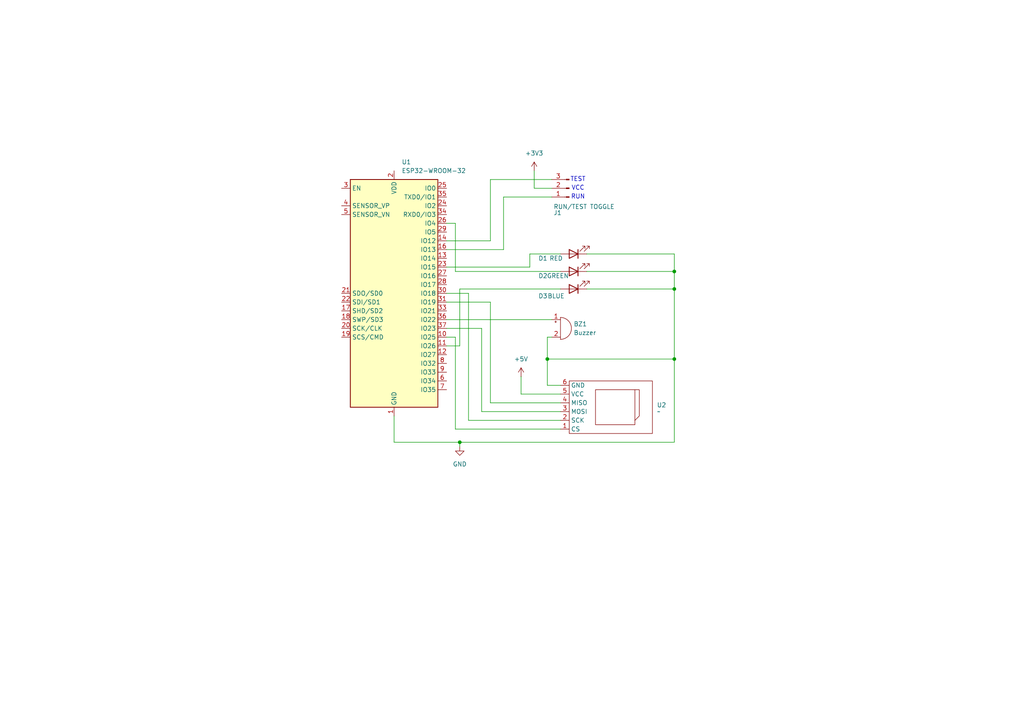
<source format=kicad_sch>
(kicad_sch (version 20231120) (generator "eeschema") (generator_version "8.0")
  (paper "A4")
  (lib_symbols
    (symbol "Connector:Conn_01x03_Pin" (pin_names (offset 1.016) hide)
      (property "Reference" "J" (at 0 5.08 0))
      (property "Value" "Conn_01x03_Pin" (at 0 -5.08 0))
      (symbol "Conn_01x03_Pin_1_1"
        (polyline (pts (xy 1.27 -2.54) (xy 0.8636 -2.54)) (stroke (width 0.1524)))
        (polyline (pts (xy 1.27 0) (xy 0.8636 0)) (stroke (width 0.1524)))
        (polyline (pts (xy 1.27 2.54) (xy 0.8636 2.54)) (stroke (width 0.1524)))
        (rectangle (start 0.8636 -2.413) (end 0 -2.667) (stroke (width 0.1524)) (fill (type outline)))
        (rectangle (start 0.8636 0.127) (end 0 -0.127) (stroke (width 0.1524)) (fill (type outline)))
        (rectangle (start 0.8636 2.667) (end 0 2.413) (stroke (width 0.1524)) (fill (type outline)))
        (pin passive line (at 5.08 2.54 180) (length 3.81) (name "Pin_1") (number "1"))
        (pin passive line (at 5.08 0 180) (length 3.81) (name "Pin_2") (number "2"))
        (pin passive line (at 5.08 -2.54 180) (length 3.81) (name "Pin_3") (number "3"))
      )
    )
    (symbol "Device:Buzzer" (pin_names (offset 0.0254) hide)
      (property "Reference" "BZ" (at 3.81 1.27 0))
      (property "Value" "Buzzer" (at 3.81 -1.27 0))
      (symbol "Buzzer_0_1"
        (arc (start 0 -3.175) (mid 3.1612 0) (end 0 3.175))
        (polyline (pts (xy -1.651 1.905) (xy -1.143 1.905)))
        (polyline (pts (xy -1.397 2.159) (xy -1.397 1.651)))
        (polyline (pts (xy 0 3.175) (xy 0 -3.175)))
      )
      (symbol "Buzzer_1_1"
        (pin passive line (at -2.54 2.54 0) (length 2.54) (name "+") (number "1"))
        (pin passive line (at -2.54 -2.54 0) (length 2.54) (name "-") (number "2"))
      )
    )
    (symbol "Device:LED" (pin_numbers hide) (pin_names (offset 1.016) hide)
      (property "Reference" "D" (at 0 2.54 0))
      (property "Value" "LED" (at 0 -2.54 0))
      (symbol "LED_0_1"
        (polyline (pts (xy -1.27 -1.27) (xy -1.27 1.27)) (stroke (width 0.254)))
        (polyline (pts (xy -1.27 0) (xy 1.27 0)))
        (polyline (pts (xy 1.27 -1.27) (xy 1.27 1.27) (xy -1.27 0) (xy 1.27 -1.27)) (stroke (width 0.254)))
        (polyline (pts (xy -3.048 -0.762) (xy -4.572 -2.286) (xy -3.81 -2.286) (xy -4.572 -2.286) (xy -4.572 -1.524)))
        (polyline (pts (xy -1.778 -0.762) (xy -3.302 -2.286) (xy -2.54 -2.286) (xy -3.302 -2.286) (xy -3.302 -1.524)))
      )
      (symbol "LED_1_1"
        (pin passive line (at -3.81 0 0) (length 2.54) (name "K") (number "1"))
        (pin passive line (at 3.81 0 180) (length 2.54) (name "A") (number "2"))
      )
    )
    (symbol "RF_Module:ESP32-WROOM-32"
      (property "Reference" "U" (at -12.7 34.29 0))
      (property "Value" "ESP32-WROOM-32" (at 1.27 34.29 0))
      (symbol "ESP32-WROOM-32_0_1"
        (rectangle (start -12.7 33.02) (end 12.7 -33.02) (stroke (width 0.254)) (fill (type background)))
      )
      (symbol "ESP32-WROOM-32_1_1"
        (pin power_in line (at 0 -35.56 90) (length 2.54) (name "GND") (number "1"))
        (pin bidirectional line (at 15.24 -12.7 180) (length 2.54) (name "IO25") (number "10"))
        (pin bidirectional line (at 15.24 -15.24 180) (length 2.54) (name "IO26") (number "11"))
        (pin bidirectional line (at 15.24 -17.78 180) (length 2.54) (name "IO27") (number "12"))
        (pin bidirectional line (at 15.24 10.16 180) (length 2.54) (name "IO14") (number "13"))
        (pin bidirectional line (at 15.24 15.24 180) (length 2.54) (name "IO12") (number "14"))
        (pin passive line (at 0 -35.56 90) (length 2.54) hide (name "GND") (number "15"))
        (pin bidirectional line (at 15.24 12.7 180) (length 2.54) (name "IO13") (number "16"))
        (pin bidirectional line (at -15.24 -5.08 0) (length 2.54) (name "SHD/SD2") (number "17"))
        (pin bidirectional line (at -15.24 -7.62 0) (length 2.54) (name "SWP/SD3") (number "18"))
        (pin bidirectional line (at -15.24 -12.7 0) (length 2.54) (name "SCS/CMD") (number "19"))
        (pin power_in line (at 0 35.56 270) (length 2.54) (name "VDD") (number "2"))
        (pin bidirectional line (at -15.24 -10.16 0) (length 2.54) (name "SCK/CLK") (number "20"))
        (pin bidirectional line (at -15.24 0 0) (length 2.54) (name "SDO/SD0") (number "21"))
        (pin bidirectional line (at -15.24 -2.54 0) (length 2.54) (name "SDI/SD1") (number "22"))
        (pin bidirectional line (at 15.24 7.62 180) (length 2.54) (name "IO15") (number "23"))
        (pin bidirectional line (at 15.24 25.4 180) (length 2.54) (name "IO2") (number "24"))
        (pin bidirectional line (at 15.24 30.48 180) (length 2.54) (name "IO0") (number "25"))
        (pin bidirectional line (at 15.24 20.32 180) (length 2.54) (name "IO4") (number "26"))
        (pin bidirectional line (at 15.24 5.08 180) (length 2.54) (name "IO16") (number "27"))
        (pin bidirectional line (at 15.24 2.54 180) (length 2.54) (name "IO17") (number "28"))
        (pin bidirectional line (at 15.24 17.78 180) (length 2.54) (name "IO5") (number "29"))
        (pin input line (at -15.24 30.48 0) (length 2.54) (name "EN") (number "3"))
        (pin bidirectional line (at 15.24 0 180) (length 2.54) (name "IO18") (number "30"))
        (pin bidirectional line (at 15.24 -2.54 180) (length 2.54) (name "IO19") (number "31"))
        (pin no_connect line (at -12.7 -27.94 0) (length 2.54) hide (name "NC") (number "32"))
        (pin bidirectional line (at 15.24 -5.08 180) (length 2.54) (name "IO21") (number "33"))
        (pin bidirectional line (at 15.24 22.86 180) (length 2.54) (name "RXD0/IO3") (number "34"))
        (pin bidirectional line (at 15.24 27.94 180) (length 2.54) (name "TXD0/IO1") (number "35"))
        (pin bidirectional line (at 15.24 -7.62 180) (length 2.54) (name "IO22") (number "36"))
        (pin bidirectional line (at 15.24 -10.16 180) (length 2.54) (name "IO23") (number "37"))
        (pin passive line (at 0 -35.56 90) (length 2.54) hide (name "GND") (number "38"))
        (pin passive line (at 0 -35.56 90) (length 2.54) hide (name "GND") (number "39"))
        (pin input line (at -15.24 25.4 0) (length 2.54) (name "SENSOR_VP") (number "4"))
        (pin input line (at -15.24 22.86 0) (length 2.54) (name "SENSOR_VN") (number "5"))
        (pin input line (at 15.24 -25.4 180) (length 2.54) (name "IO34") (number "6"))
        (pin input line (at 15.24 -27.94 180) (length 2.54) (name "IO35") (number "7"))
        (pin bidirectional line (at 15.24 -20.32 180) (length 2.54) (name "IO32") (number "8"))
        (pin bidirectional line (at 15.24 -22.86 180) (length 2.54) (name "IO33") (number "9"))
      )
    )
    (symbol "my-modules:SD-CARD-MODULE"
      (property "Reference" "U" (at 3.048 2.286 0))
      (symbol "SD-CARD-MODULE_0_1"
        (polyline (pts (xy 5.08 -3.81) (xy 3.81 -5.08) (xy 3.81 -12.7) (xy 5.08 -12.7)))
        (rectangle (start 0 0) (end 24.13 -15.24))
        (rectangle (start 5.08 -2.54) (end 16.51 -12.7))
      )
      (symbol "SD-CARD-MODULE_1_1"
        (pin input line (at 26.67 -1.27 180) (length 2.54) (name "CS") (number "1"))
        (pin input line (at 26.67 -3.81 180) (length 2.54) (name "SCK") (number "2"))
        (pin input line (at 26.67 -6.35 180) (length 2.54) (name "MOSI") (number "3"))
        (pin input line (at 26.67 -8.89 180) (length 2.54) (name "MISO") (number "4"))
        (pin input line (at 26.67 -11.43 180) (length 2.54) (name "VCC") (number "5"))
        (pin input line (at 26.67 -13.97 180) (length 2.54) (name "GND") (number "6"))
      )
    )
    (symbol "power:+3V3" (power) (pin_numbers hide) (pin_names (offset 0) hide)
      (property "Value" "+3V3" (at 0 3.556 0))
      (symbol "+3V3_0_1"
        (polyline (pts (xy -0.762 1.27) (xy 0 2.54)))
        (polyline (pts (xy 0 0) (xy 0 2.54)))
        (polyline (pts (xy 0 2.54) (xy 0.762 1.27)))
      )
      (symbol "+3V3_1_1"
        (pin power_in line (at 0 0 90) (length 0) (name "~") (number "1"))
      )
    )
    (symbol "power:+5V" (power) (pin_numbers hide) (pin_names (offset 0) hide)
      (property "Value" "+5V" (at 0 3.556 0))
      (symbol "+5V_0_1"
        (polyline (pts (xy -0.762 1.27) (xy 0 2.54)))
        (polyline (pts (xy 0 0) (xy 0 2.54)))
        (polyline (pts (xy 0 2.54) (xy 0.762 1.27)))
      )
      (symbol "+5V_1_1"
        (pin power_in line (at 0 0 90) (length 0) (name "~") (number "1"))
      )
    )
    (symbol "power:GND" (power) (pin_numbers hide) (pin_names (offset 0) hide)
      (property "Value" "GND" (at 0 -3.81 0))
      (symbol "GND_0_1"
        (polyline (pts (xy 0 0) (xy 0 -1.27) (xy 1.27 -1.27) (xy 0 -2.54) (xy -1.27 -1.27) (xy 0 -1.27)))
      )
      (symbol "GND_1_1"
        (pin power_in line (at 0 0 270) (length 0) (name "~") (number "1"))
      )
    )
  )
  (junction (at 158.75 104.14))
  (junction (at 195.58 83.82))
  (junction (at 195.58 78.74))
  (junction (at 195.58 104.14))
  (junction (at 133.35 128.27))
  (wire (pts (xy 162.56 119.38) (xy 139.7 119.38)))
  (wire (pts (xy 142.24 69.85) (xy 129.54 69.85)))
  (wire (pts (xy 129.54 92.71) (xy 160.02 92.71)))
  (wire (pts (xy 133.35 128.27) (xy 133.35 129.54)))
  (wire (pts (xy 135.89 121.92) (xy 135.89 85.09)))
  (wire (pts (xy 132.08 124.46) (xy 132.08 97.79)))
  (wire (pts (xy 133.35 83.82) (xy 133.35 100.33)))
  (wire (pts (xy 153.67 73.66) (xy 162.56 73.66)))
  (wire (pts (xy 151.13 109.22) (xy 151.13 114.3)))
  (wire (pts (xy 162.56 121.92) (xy 135.89 121.92)))
  (wire (pts (xy 154.94 49.53) (xy 154.94 54.61)))
  (wire (pts (xy 195.58 104.14) (xy 195.58 128.27)))
  (wire (pts (xy 158.75 97.79) (xy 158.75 104.14)))
  (wire (pts (xy 158.75 104.14) (xy 195.58 104.14)))
  (wire (pts (xy 162.56 111.76) (xy 158.75 111.76)))
  (wire (pts (xy 114.3 128.27) (xy 133.35 128.27)))
  (wire (pts (xy 146.05 57.15) (xy 160.02 57.15)))
  (wire (pts (xy 170.18 78.74) (xy 195.58 78.74)))
  (wire (pts (xy 132.08 97.79) (xy 129.54 97.79)))
  (wire (pts (xy 195.58 83.82) (xy 195.58 104.14)))
  (wire (pts (xy 162.56 78.74) (xy 132.08 78.74)))
  (wire (pts (xy 142.24 116.84) (xy 142.24 87.63)))
  (wire (pts (xy 129.54 72.39) (xy 146.05 72.39)))
  (wire (pts (xy 135.89 85.09) (xy 129.54 85.09)))
  (wire (pts (xy 142.24 52.07) (xy 142.24 69.85)))
  (wire (pts (xy 129.54 77.47) (xy 153.67 77.47)))
  (wire (pts (xy 162.56 116.84) (xy 142.24 116.84)))
  (wire (pts (xy 132.08 64.77) (xy 129.54 64.77)))
  (wire (pts (xy 139.7 119.38) (xy 139.7 95.25)))
  (wire (pts (xy 132.08 78.74) (xy 132.08 64.77)))
  (wire (pts (xy 139.7 95.25) (xy 129.54 95.25)))
  (wire (pts (xy 133.35 128.27) (xy 195.58 128.27)))
  (wire (pts (xy 146.05 72.39) (xy 146.05 57.15)))
  (wire (pts (xy 158.75 111.76) (xy 158.75 104.14)))
  (wire (pts (xy 162.56 124.46) (xy 132.08 124.46)))
  (wire (pts (xy 133.35 83.82) (xy 162.56 83.82)))
  (wire (pts (xy 170.18 83.82) (xy 195.58 83.82)))
  (wire (pts (xy 195.58 73.66) (xy 195.58 78.74)))
  (wire (pts (xy 151.13 114.3) (xy 162.56 114.3)))
  (wire (pts (xy 160.02 97.79) (xy 158.75 97.79)))
  (wire (pts (xy 114.3 128.27) (xy 114.3 120.65)))
  (wire (pts (xy 195.58 78.74) (xy 195.58 83.82)))
  (wire (pts (xy 142.24 52.07) (xy 160.02 52.07)))
  (wire (pts (xy 133.35 100.33) (xy 129.54 100.33)))
  (wire (pts (xy 170.18 73.66) (xy 195.58 73.66)))
  (wire (pts (xy 142.24 87.63) (xy 129.54 87.63)))
  (wire (pts (xy 154.94 54.61) (xy 160.02 54.61)))
  (wire (pts (xy 153.67 77.47) (xy 153.67 73.66)))
  (text "TEST\n" (at 167.64 52.07 0) (effects (font (size 1.27 1.27))))
  (text "VCC\n" (at 167.64 54.61 0) (effects (font (size 1.27 1.27))))
  (text "RUN\n" (at 167.64 57.15 0) (effects (font (size 1.27 1.27))))
  (symbol (lib_id "power:+3V3") (at 154.94 49.53 0) (unit 1)
    (property "Reference" "#PWR01" (effects (hide yes)))
    (property "Value" "+3V3" (at 154.94 44.45 0))
    (property "Description" "Power symbol creates a global label with name \"+3V3\"" (effects (hide yes)))
  )
  (symbol (lib_id "RF_Module:ESP32-WROOM-32") (at 114.3 85.09 0) (unit 1)
    (property "Reference" "U1" (at 116.4941 46.99 0) (effects (justify left)))
    (property "Value" "ESP32-WROOM-32" (at 116.4941 49.53 0) (effects (justify left)))
    (property "Footprint" "RF_Module:ESP32-WROOM-32" (effects (hide yes)))
    (property "Datasheet" "https://www.espressif.com/sites/default/files/documentation/esp32-wroom-32_datasheet_en.pdf" (effects (hide yes)))
    (property "Description" "RF Module, ESP32-D0WDQ6 SoC, Wi-Fi 802.11b/g/n, Bluetooth, BLE, 32-bit, 2.7-3.6V, onboard antenna, SMD" (effects (hide yes)))
  )
  (symbol (lib_id "Device:LED") (at 166.37 73.66 180) (unit 1)
    (property "Reference" "D1" (at 157.48 74.93 0))
    (property "Value" "RED" (at 161.29 74.93 0))
    (property "Description" "Light emitting diode" (effects (hide yes)))
  )
  (symbol (lib_id "Device:Buzzer") (at 162.56 95.25 0) (unit 1)
    (property "Reference" "BZ1" (at 166.37 93.9799 0) (effects (justify left)))
    (property "Value" "Buzzer" (at 166.37 96.5199 0) (effects (justify left)))
    (property "Description" "Buzzer, polarized" (effects (hide yes)))
  )
  (symbol (lib_id "power:+5V") (at 151.13 109.22 0) (unit 1)
    (property "Reference" "#PWR03" (effects (hide yes)))
    (property "Value" "+5V" (at 151.13 104.14 0))
    (property "Description" "Power symbol creates a global label with name \"+5V\"" (effects (hide yes)))
  )
  (symbol (lib_id "Device:LED") (at 166.37 78.74 180) (unit 1)
    (property "Reference" "D2" (at 157.48 80.01 0))
    (property "Value" "GREEN" (at 161.798 80.01 0))
    (property "Description" "Light emitting diode" (effects (hide yes)))
  )
  (symbol (lib_id "power:GND") (at 133.35 129.54 0) (unit 1)
    (property "Reference" "#PWR02" (effects (hide yes)))
    (property "Value" "GND" (at 133.35 134.62 0))
    (property "Description" "Power symbol creates a global label with name \"GND\" , ground" (effects (hide yes)))
  )
  (symbol (lib_id "my-modules:SD-CARD-MODULE") (at 189.23 125.73 180) (unit 1)
    (property "Reference" "U2" (at 190.5 117.4749 0) (effects (justify right)))
    (property "Value" "~" (at 190.5 119.38 0) (effects (justify right)))
  )
  (symbol (lib_id "Connector:Conn_01x03_Pin") (at 165.1 54.61 180) (unit 1)
    (property "Reference" "J1" (at 160.528 61.722 0) (effects (justify right)))
    (property "Value" "RUN/TEST TOGGLE" (at 160.528 59.944 0) (effects (justify right)))
    (property "Description" "Generic connector, single row, 01x03, script generated" (effects (hide yes)))
  )
  (symbol (lib_id "Device:LED") (at 166.37 83.82 180) (unit 1)
    (property "Reference" "D3" (at 157.48 85.852 0))
    (property "Value" "BLUE" (at 161.29 85.852 0))
    (property "Description" "Light emitting diode" (effects (hide yes)))
  )
)
</source>
